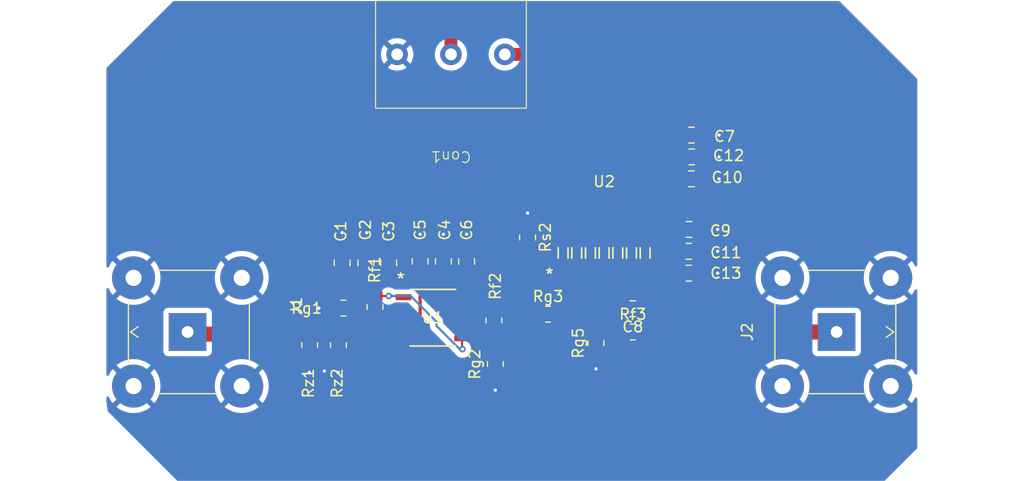
<source format=kicad_pcb>
(kicad_pcb (version 20241229) (generator "pcbnew") (generator_version "9.0")
  (layers (0 "F.Cu" signal) (2 "B.Cu" signal) (13 "F.Paste" user) (15 "B.Paste" user) (5 "F.SilkS" user "F.Silkscreen") (7 "B.SilkS" user "B.Silkscreen") (1 "F.Mask" user) (3 "B.Mask" user) (25 "Edge.Cuts" user))
  (net 0 "")
  (net 1 "-12V")
  (net 2 "GND")
  (net 3 "+12V")
  (net 4 "Net-(J2-In)")
  (net 5 "Net-(U2-COMP)")
  (net 6 "Net-(J1-In)")
  (net 7 "Net-(U1-IN_A)")
  (net 8 "Net-(U1-+IN_B)")
  (net 9 "Net-(U1--IN_B)")
  (net 10 "Net-(U1-OUT_B)")
  (net 11 "Net-(U2--IN)")
  (net 12 "Net-(U2-+IN)")
  (net 13 "Net-(U2-S{slash}D)")
  (footprint "Capacitor_SMD:C_0805_2012Metric_Pad1.18x1.45mm_HandSolder" (layer "F.Cu") (at 153.5215 69.596)
    (property "Reference" "C7" (at 3.0695 0.127 0) (layer "F.SilkS"))
    (property "Value" "100nF")
    (fp_line (start -0.261252 -0.735) (end 0.261252 -0.735) (stroke (width 0.12)) (layer "F.SilkS"))
    (fp_line (start -0.261252 0.735) (end 0.261252 0.735) (stroke (width 0.12)) (layer "F.SilkS"))
    (pad "1" smd roundrect (at -1.0375 0) (size 1.175 1.45) (layers "F.Cu" "F.Mask" "F.Paste") (roundrect_rratio 0.212766) (net 3 "+12V"))
    (pad "2" smd roundrect (at 1.0375 0) (size 1.175 1.45) (layers "F.Cu" "F.Mask" "F.Paste") (roundrect_rratio 0.212766) (net 2 "GND"))
  )
  (footprint "Connector_Coaxial:BNC_TEConnectivity_1478035_Horizontal" (layer "F.Cu") (at 167.005 87.884 -90)
    (property "Reference" "J2" (at 0 8.3 90) (layer "F.SilkS"))
    (property "Value" "Conn_Coaxial")
    (fp_line (start -2.825 5.73) (end 2.825 5.73) (stroke (width 0.12)) (layer "F.SilkS"))
    (fp_line (start 5.73 2.825) (end 5.73 -2.825) (stroke (width 0.12)) (layer "F.SilkS"))
    (fp_line (start -5.73 -2.825) (end -5.73 2.825) (stroke (width 0.12)) (layer "F.SilkS"))
    (fp_line (start 0 -5.3) (end -0.5 -4.6) (stroke (width 0.12)) (layer "F.SilkS"))
    (fp_line (start 0 -5.3) (end 0.5 -4.6) (stroke (width 0.12)) (layer "F.SilkS"))
    (fp_line (start 2.825 -5.5) (end -2.825 -5.5) (stroke (width 0.12)) (layer "F.SilkS"))
    (pad "1" thru_hole rect (at 0 0 270) (size 3.5 3.5) (drill 1.1) (layers "*.Cu" "*.Mask") (net 4 "Net-(J2-In)"))
    (pad "2" thru_hole circle (at -5.025 -5.025 270) (size 4 4) (drill 1.5) (layers "*.Cu" "*.Mask") (net 2 "GND"))
    (pad "2" thru_hole circle (at -5.025 5.025 270) (size 4 4) (drill 1.5) (layers "*.Cu" "*.Mask") (net 2 "GND"))
    (pad "2" thru_hole circle (at 5.025 -5.025 270) (size 4 4) (drill 1.5) (layers "*.Cu" "*.Mask") (net 2 "GND"))
    (pad "2" thru_hole circle (at 5.025 5.025 270) (size 4 4) (drill 1.5) (layers "*.Cu" "*.Mask") (net 2 "GND"))
  )
  (footprint "Capacitor_SMD:C_0805_2012Metric_Pad1.18x1.45mm_HandSolder" (layer "F.Cu") (at 128.325 81.3305 90)
    (property "Reference" "C5" (at 2.921 0 90) (layer "F.SilkS"))
    (property "Value" "10nF")
    (fp_line (start -0.261252 -0.735) (end 0.261252 -0.735) (stroke (width 0.12)) (layer "F.SilkS"))
    (fp_line (start -0.261252 0.735) (end 0.261252 0.735) (stroke (width 0.12)) (layer "F.SilkS"))
    (pad "1" smd roundrect (at -1.0375 0 90) (size 1.175 1.45) (layers "F.Cu" "F.Mask" "F.Paste") (roundrect_rratio 0.212766) (net 3 "+12V"))
    (pad "2" smd roundrect (at 1.0375 0 90) (size 1.175 1.45) (layers "F.Cu" "F.Mask" "F.Paste") (roundrect_rratio 0.212766) (net 2 "GND"))
  )
  (footprint "Capacitor_SMD:C_0805_2012Metric_Pad1.18x1.45mm_HandSolder" (layer "F.Cu") (at 132.643 81.3305 90)
    (property "Reference" "C6" (at 2.921 0 90) (layer "F.SilkS"))
    (property "Value" "1nF")
    (fp_line (start -0.261252 -0.735) (end 0.261252 -0.735) (stroke (width 0.12)) (layer "F.SilkS"))
    (fp_line (start -0.261252 0.735) (end 0.261252 0.735) (stroke (width 0.12)) (layer "F.SilkS"))
    (pad "1" smd roundrect (at -1.0375 0 90) (size 1.175 1.45) (layers "F.Cu" "F.Mask" "F.Paste") (roundrect_rratio 0.212766) (net 3 "+12V"))
    (pad "2" smd roundrect (at 1.0375 0 90) (size 1.175 1.45) (layers "F.Cu" "F.Mask" "F.Paste") (roundrect_rratio 0.212766) (net 2 "GND"))
  )
  (footprint "Capacitor_SMD:C_0805_2012Metric_Pad1.18x1.45mm_HandSolder" (layer "F.Cu") (at 153.5215 73.66)
    (property "Reference" "C10" (at 3.3235 -0.127 0) (layer "F.SilkS"))
    (property "Value" "10nF")
    (fp_line (start -0.261252 -0.735) (end 0.261252 -0.735) (stroke (width 0.12)) (layer "F.SilkS"))
    (fp_line (start -0.261252 0.735) (end 0.261252 0.735) (stroke (width 0.12)) (layer "F.SilkS"))
    (pad "1" smd roundrect (at -1.0375 0) (size 1.175 1.45) (layers "F.Cu" "F.Mask" "F.Paste") (roundrect_rratio 0.212766) (net 3 "+12V"))
    (pad "2" smd roundrect (at 1.0375 0) (size 1.175 1.45) (layers "F.Cu" "F.Mask" "F.Paste") (roundrect_rratio 0.212766) (net 2 "GND"))
  )
  (footprint "Capacitor_SMD:C_0805_2012Metric_Pad1.18x1.45mm_HandSolder" (layer "F.Cu") (at 121.086 81.4575 90)
    (property "Reference" "C1" (at 2.921 -0.127 90) (layer "F.SilkS"))
    (property "Value" "100nF")
    (fp_line (start -0.261252 -0.735) (end 0.261252 -0.735) (stroke (width 0.12)) (layer "F.SilkS"))
    (fp_line (start -0.261252 0.735) (end 0.261252 0.735) (stroke (width 0.12)) (layer "F.SilkS"))
    (pad "1" smd roundrect (at -1.0375 0 90) (size 1.175 1.45) (layers "F.Cu" "F.Mask" "F.Paste") (roundrect_rratio 0.212766) (net 1 "-12V"))
    (pad "2" smd roundrect (at 1.0375 0 90) (size 1.175 1.45) (layers "F.Cu" "F.Mask" "F.Paste") (roundrect_rratio 0.212766) (net 2 "GND"))
  )
  (footprint "Capacitor_SMD:C_0805_2012Metric_Pad1.18x1.45mm_HandSolder" (layer "F.Cu") (at 153.289 80.391)
    (property "Reference" "C11" (at 3.429 0.127 0) (layer "F.SilkS"))
    (property "Value" "10nF")
    (fp_line (start -0.261252 -0.735) (end 0.261252 -0.735) (stroke (width 0.12)) (layer "F.SilkS"))
    (fp_line (start -0.261252 0.735) (end 0.261252 0.735) (stroke (width 0.12)) (layer "F.SilkS"))
    (pad "1" smd roundrect (at -1.0375 0) (size 1.175 1.45) (layers "F.Cu" "F.Mask" "F.Paste") (roundrect_rratio 0.212766) (net 1 "-12V"))
    (pad "2" smd roundrect (at 1.0375 0) (size 1.175 1.45) (layers "F.Cu" "F.Mask" "F.Paste") (roundrect_rratio 0.212766) (net 2 "GND"))
  )
  (footprint "Capacitor_SMD:C_0805_2012Metric_Pad1.18x1.45mm_HandSolder" (layer "F.Cu") (at 148.082 85.725 180)
    (property "Reference" "C8" (at 0 -1.68 0) (layer "F.SilkS"))
    (property "Value" "not_fit")
    (fp_line (start -0.261252 0.735) (end 0.261252 0.735) (stroke (width 0.12)) (layer "F.SilkS"))
    (fp_line (start -0.261252 -0.735) (end 0.261252 -0.735) (stroke (width 0.12)) (layer "F.SilkS"))
    (pad "1" smd roundrect (at -1.0375 0 180) (size 1.175 1.45) (layers "F.Cu" "F.Mask" "F.Paste") (roundrect_rratio 0.212766) (net 4 "Net-(J2-In)"))
    (pad "2" smd roundrect (at 1.0375 0 180) (size 1.175 1.45) (layers "F.Cu" "F.Mask" "F.Paste") (roundrect_rratio 0.212766) (net 5 "Net-(U2-COMP)"))
  )
  (footprint "Capacitor_SMD:C_0805_2012Metric_Pad1.18x1.45mm_HandSolder" (layer "F.Cu") (at 153.289 82.423)
    (property "Reference" "C13" (at 3.429 0 0) (layer "F.SilkS"))
    (property "Value" "1nF")
    (fp_line (start -0.261252 -0.735) (end 0.261252 -0.735) (stroke (width 0.12)) (layer "F.SilkS"))
    (fp_line (start -0.261252 0.735) (end 0.261252 0.735) (stroke (width 0.12)) (layer "F.SilkS"))
    (pad "1" smd roundrect (at -1.0375 0) (size 1.175 1.45) (layers "F.Cu" "F.Mask" "F.Paste") (roundrect_rratio 0.212766) (net 1 "-12V"))
    (pad "2" smd roundrect (at 1.0375 0) (size 1.175 1.45) (layers "F.Cu" "F.Mask" "F.Paste") (roundrect_rratio 0.212766) (net 2 "GND"))
  )
  (footprint "Connector_Coaxial:BNC_TEConnectivity_1478035_Horizontal" (layer "F.Cu") (at 106.735 87.884 90)
    (property "Reference" "J1" (at 2.413 10.110848 90) (layer "F.SilkS"))
    (property "Value" "Conn_Coaxial")
    (fp_line (start 2.825 -5.5) (end -2.825 -5.5) (stroke (width 0.12)) (layer "F.SilkS"))
    (fp_line (start 0 -5.3) (end 0.5 -4.6) (stroke (width 0.12)) (layer "F.SilkS"))
    (fp_line (start 0 -5.3) (end -0.5 -4.6) (stroke (width 0.12)) (layer "F.SilkS"))
    (fp_line (start -5.73 -2.825) (end -5.73 2.825) (stroke (width 0.12)) (layer "F.SilkS"))
    (fp_line (start 5.73 2.825) (end 5.73 -2.825) (stroke (width 0.12)) (layer "F.SilkS"))
    (fp_line (start -2.825 5.73) (end 2.825 5.73) (stroke (width 0.12)) (layer "F.SilkS"))
    (pad "1" thru_hole rect (at 0 0 90) (size 3.5 3.5) (drill 1.1) (layers "*.Cu" "*.Mask") (net 6 "Net-(J1-In)"))
    (pad "2" thru_hole circle (at -5.025 -5.025 90) (size 4 4) (drill 1.5) (layers "*.Cu" "*.Mask") (net 2 "GND"))
    (pad "2" thru_hole circle (at -5.025 5.025 90) (size 4 4) (drill 1.5) (layers "*.Cu" "*.Mask") (net 2 "GND"))
    (pad "2" thru_hole circle (at 5.025 -5.025 90) (size 4 4) (drill 1.5) (layers "*.Cu" "*.Mask") (net 2 "GND"))
    (pad "2" thru_hole circle (at 5.025 5.025 90) (size 4 4) (drill 1.5) (layers "*.Cu" "*.Mask") (net 2 "GND"))
  )
  (footprint "Resistor_SMD:R_0805_2012Metric_Pad1.20x1.40mm_HandSolder" (layer "F.Cu") (at 120.737848 89.099 90)
    (property "Reference" "Rz2" (at -3.556 -0.127 90) (layer "F.SilkS"))
    (property "Value" "100")
    (fp_line (start -0.227064 -0.735) (end 0.227064 -0.735) (stroke (width 0.12)) (layer "F.SilkS"))
    (fp_line (start -0.227064 0.735) (end 0.227064 0.735) (stroke (width 0.12)) (layer "F.SilkS"))
    (pad "1" smd roundrect (at -1 0 90) (size 1.2 1.4) (layers "F.Cu" "F.Mask" "F.Paste") (roundrect_rratio 0.208333) (net 2 "GND"))
    (pad "2" smd roundrect (at 1 0 90) (size 1.2 1.4) (layers "F.Cu" "F.Mask" "F.Paste") (roundrect_rratio 0.208333) (net 6 "Net-(J1-In)"))
  )
  (footprint "Resistor_SMD:R_0805_2012Metric_Pad1.20x1.40mm_HandSolder" (layer "F.Cu") (at 135.31 90.861 90)
    (property "Reference" "Rg2" (at -0.016 -1.905 90) (layer "F.SilkS"))
    (property "Value" "10k")
    (fp_line (start -0.227064 -0.735) (end 0.227064 -0.735) (stroke (width 0.12)) (layer "F.SilkS"))
    (fp_line (start -0.227064 0.735) (end 0.227064 0.735) (stroke (width 0.12)) (layer "F.SilkS"))
    (pad "1" smd roundrect (at -1 0 90) (size 1.2 1.4) (layers "F.Cu" "F.Mask" "F.Paste") (roundrect_rratio 0.208333) (net 2 "GND"))
    (pad "2" smd roundrect (at 1 0 90) (size 1.2 1.4) (layers "F.Cu" "F.Mask" "F.Paste") (roundrect_rratio 0.208333) (net 9 "Net-(U1--IN_B)"))
  )
  (footprint "Resistor_SMD:R_0805_2012Metric_Pad1.20x1.40mm_HandSolder" (layer "F.Cu") (at 144.653 88.916 90)
    (property "Reference" "Rg5" (at 0 -1.65 90) (layer "F.SilkS"))
    (property "Value" "nf")
    (fp_line (start -0.227064 -0.735) (end 0.227064 -0.735) (stroke (width 0.12)) (layer "F.SilkS"))
    (fp_line (start -0.227064 0.735) (end 0.227064 0.735) (stroke (width 0.12)) (layer "F.SilkS"))
    (pad "1" smd roundrect (at -1 0 90) (size 1.2 1.4) (layers "F.Cu" "F.Mask" "F.Paste") (roundrect_rratio 0.208333) (net 2 "GND"))
    (pad "2" smd roundrect (at 1 0 90) (size 1.2 1.4) (layers "F.Cu" "F.Mask" "F.Paste") (roundrect_rratio 0.208333) (net 11 "Net-(U2--IN)"))
  )
  (footprint "Resistor_SMD:R_0805_2012Metric_Pad1.20x1.40mm_HandSolder" (layer "F.Cu") (at 138.303 79.105 -90)
    (property "Reference" "Rs2" (at 0 -1.65 90) (layer "F.SilkS"))
    (property "Value" "0")
    (fp_line (start -0.227064 0.735) (end 0.227064 0.735) (stroke (width 0.12)) (layer "F.SilkS"))
    (fp_line (start -0.227064 -0.735) (end 0.227064 -0.735) (stroke (width 0.12)) (layer "F.SilkS"))
    (pad "1" smd roundrect (at -1 0 270) (size 1.2 1.4) (layers "F.Cu" "F.Mask" "F.Paste") (roundrect_rratio 0.208333) (net 2 "GND"))
    (pad "2" smd roundrect (at 1 0 270) (size 1.2 1.4) (layers "F.Cu" "F.Mask" "F.Paste") (roundrect_rratio 0.208333) (net 13 "Net-(U2-S{slash}D)"))
  )
  (footprint "Capacitor_SMD:C_0805_2012Metric_Pad1.18x1.45mm_HandSolder" (layer "F.Cu") (at 130.484 81.3305 90)
    (property "Reference" "C4" (at 2.921 0.127 90) (layer "F.SilkS"))
    (property "Value" "100nF")
    (fp_line (start -0.261252 -0.735) (end 0.261252 -0.735) (stroke (width 0.12)) (layer "F.SilkS"))
    (fp_line (start -0.261252 0.735) (end 0.261252 0.735) (stroke (width 0.12)) (layer "F.SilkS"))
    (pad "1" smd roundrect (at -1.0375 0 90) (size 1.175 1.45) (layers "F.Cu" "F.Mask" "F.Paste") (roundrect_rratio 0.212766) (net 3 "+12V"))
    (pad "2" smd roundrect (at 1.0375 0 90) (size 1.175 1.45) (layers "F.Cu" "F.Mask" "F.Paste") (roundrect_rratio 0.212766) (net 2 "GND"))
  )
  (footprint "Capacitor_SMD:C_0805_2012Metric_Pad1.18x1.45mm_HandSolder" (layer "F.Cu") (at 153.3105 78.359)
    (property "Reference" "C9" (at 2.8995 0.127 0) (layer "F.SilkS"))
    (property "Value" "100nF")
    (fp_line (start -0.261252 -0.735) (end 0.261252 -0.735) (stroke (width 0.12)) (layer "F.SilkS"))
    (fp_line (start -0.261252 0.735) (end 0.261252 0.735) (stroke (width 0.12)) (layer "F.SilkS"))
    (pad "1" smd roundrect (at -1.0375 0) (size 1.175 1.45) (layers "F.Cu" "F.Mask" "F.Paste") (roundrect_rratio 0.212766) (net 1 "-12V"))
    (pad "2" smd roundrect (at 1.0375 0) (size 1.175 1.45) (layers "F.Cu" "F.Mask" "F.Paste") (roundrect_rratio 0.212766) (net 2 "GND"))
  )
  (footprint "Resistor_SMD:R_0805_2012Metric_Pad1.20x1.40mm_HandSolder" (layer "F.Cu") (at 118.070848 89.099 90)
    (property "Reference" "Rz1" (at -3.556 -0.127 90) (layer "F.SilkS"))
    (property "Value" "100")
    (fp_line (start -0.227064 -0.735) (end 0.227064 -0.735) (stroke (width 0.12)) (layer "F.SilkS"))
    (fp_line (start -0.227064 0.735) (end 0.227064 0.735) (stroke (width 0.12)) (layer "F.SilkS"))
    (pad "1" smd roundrect (at -1 0 90) (size 1.2 1.4) (layers "F.Cu" "F.Mask" "F.Paste") (roundrect_rratio 0.208333) (net 2 "GND"))
    (pad "2" smd roundrect (at 1 0 90) (size 1.2 1.4) (layers "F.Cu" "F.Mask" "F.Paste") (roundrect_rratio 0.208333) (net 6 "Net-(J1-In)"))
  )
  (footprint "Resistor_SMD:R_0805_2012Metric_Pad1.20x1.40mm_HandSolder" (layer "F.Cu") (at 124.134 85.543 90)
    (property "Reference" "Rf1" (at 3.445 -0.032848 90) (layer "F.SilkS"))
    (property "Value" "10k")
    (fp_line (start -0.227064 -0.735) (end 0.227064 -0.735) (stroke (width 0.12)) (layer "F.SilkS"))
    (fp_line (start -0.227064 0.735) (end 0.227064 0.735) (stroke (width 0.12)) (layer "F.SilkS"))
    (pad "1" smd roundrect (at -1 0 90) (size 1.2 1.4) (layers "F.Cu" "F.Mask" "F.Paste") (roundrect_rratio 0.208333) (net 7 "Net-(U1-IN_A)"))
    (pad "2" smd roundrect (at 1 0 90) (size 1.2 1.4) (layers "F.Cu" "F.Mask" "F.Paste") (roundrect_rratio 0.208333) (net 8 "Net-(U1-+IN_B)"))
  )
  (footprint "Resistor_SMD:R_0805_2012Metric_Pad1.20x1.40mm_HandSolder" (layer "F.Cu") (at 121.213 85.67)
    (property "Reference" "Rg1" (at -3.429 0 0) (layer "F.SilkS"))
    (property "Value" "10k")
    (fp_line (start -0.227064 -0.735) (end 0.227064 -0.735) (stroke (width 0.12)) (layer "F.SilkS"))
    (fp_line (start -0.227064 0.735) (end 0.227064 0.735) (stroke (width 0.12)) (layer "F.SilkS"))
    (pad "1" smd roundrect (at -1 0) (size 1.2 1.4) (layers "F.Cu" "F.Mask" "F.Paste") (roundrect_rratio 0.208333) (net 2 "GND"))
    (pad "2" smd roundrect (at 1 0) (size 1.2 1.4) (layers "F.Cu" "F.Mask" "F.Paste") (roundrect_rratio 0.208333) (net 7 "Net-(U1-IN_A)"))
  )
  (footprint "RF_PA:D8_TEX" (layer "F.Cu") (at 129.500848 86.559)
    (property "Reference" "U1" (at 0 0 0) (layer "F.SilkS"))
    (property "Value" "TLV3542IDR")
    (fp_line (start -2.1209 2.6289) (end 2.1209 2.6289) (stroke (width 0.1524)) (layer "F.SilkS"))
    (fp_line (start 2.1209 -2.6289) (end -2.1209 -2.6289) (stroke (width 0.1524)) (layer "F.SilkS"))
    (fp_text user "*" (at -2.97535 -3.606 0) (layer "F.SilkS"))
    (fp_text user "*" (at -2.97535 -3.606 0) (layer "F.SilkS"))
    (pad "1" smd rect (at -2.721348 -1.905) (size 1.454899 0.558) (layers "F.Cu" "F.Mask" "F.Paste") (net 8 "Net-(U1-+IN_B)"))
    (pad "2" smd rect (at -2.721348 -0.635) (size 1.454899 0.558) (layers "F.Cu" "F.Mask" "F.Paste") (net 7 "Net-(U1-IN_A)"))
    (pad "3" smd rect (at -2.721348 0.635) (size 1.454899 0.558) (layers "F.Cu" "F.Mask" "F.Paste") (net 6 "Net-(J1-In)"))
    (pad "4" smd rect (at -2.721348 1.905) (size 1.454899 0.558) (layers "F.Cu" "F.Mask" "F.Paste") (net 1 "-12V"))
    (pad "5" smd rect (at 2.721348 1.905) (size 1.454899 0.558) (layers "F.Cu" "F.Mask" "F.Paste") (net 8 "Net-(U1-+IN_B)"))
    (pad "6" smd rect (at 2.721348 0.635) (size 1.454899 0.558) (layers "F.Cu" "F.Mask" "F.Paste") (net 9 "Net-(U1--IN_B)"))
    (pad "7" smd rect (at 2.721348 -0.635) (size 1.454899 0.558) (layers "F.Cu" "F.Mask" "F.Paste") (net 10 "Net-(U1-OUT_B)"))
    (pad "8" smd rect (at 2.721348 -1.905) (size 1.454899 0.558) (layers "F.Cu" "F.Mask" "F.Paste") (net 3 "+12V"))
  )
  (footprint "Capacitor_SMD:C_0805_2012Metric_Pad1.18x1.45mm_HandSolder" (layer "F.Cu") (at 125.404 81.4575 90)
    (property "Reference" "C3" (at 2.921 0 90) (layer "F.SilkS"))
    (property "Value" "1nF")
    (fp_line (start -0.261252 -0.735) (end 0.261252 -0.735) (stroke (width 0.12)) (layer "F.SilkS"))
    (fp_line (start -0.261252 0.735) (end 0.261252 0.735) (stroke (width 0.12)) (layer "F.SilkS"))
    (pad "1" smd roundrect (at -1.0375 0 90) (size 1.175 1.45) (layers "F.Cu" "F.Mask" "F.Paste") (roundrect_rratio 0.212766) (net 1 "-12V"))
    (pad "2" smd roundrect (at 1.0375 0 90) (size 1.175 1.45) (layers "F.Cu" "F.Mask" "F.Paste") (roundrect_rratio 0.212766) (net 2 "GND"))
  )
  (footprint "conectores:conector_3" (layer "F.Cu") (at 131.191 71.103 180)
    (property "Reference" "Con1" (at 0 -0.5 180) (layer "F.SilkS") (effects (font (thickness 0.1))))
    (property "Value" "~")
    (fp_rect (start -7 4) (end 7 14) (stroke (width 0.1)) (fill no) (layer "F.SilkS"))
    (pad "1" thru_hole circle (at -5 9 180) (size 2 2) (drill 1.1) (layers "*.Cu" "*.Mask") (net 3 "+12V"))
    (pad "2" thru_hole circle (at 0 9 180) (size 2 2) (drill 1.1) (layers "*.Cu" "*.Mask") (net 1 "-12V"))
    (pad "3" thru_hole circle (at 5 9 180) (size 2 2) (drill 1.1) (layers "*.Cu" "*.Mask") (net 2 "GND"))
  )
  (footprint "Resistor_SMD:R_0805_2012Metric_Pad1.20x1.40mm_HandSolder" (layer "F.Cu") (at 148.082 87.884)
    (property "Reference" "Rf3" (at 0 -1.65 0) (layer "F.SilkS"))
    (property "Value" "560")
    (fp_line (start -0.227064 -0.735) (end 0.227064 -0.735) (stroke (width 0.12)) (layer "F.SilkS"))
    (fp_line (start -0.227064 0.735) (end 0.227064 0.735) (stroke (width 0.12)) (layer "F.SilkS"))
    (pad "1" smd roundrect (at -1 0) (size 1.2 1.4) (layers "F.Cu" "F.Mask" "F.Paste") (roundrect_rratio 0.208333) (net 11 "Net-(U2--IN)"))
    (pad "2" smd roundrect (at 1 0) (size 1.2 1.4) (layers "F.Cu" "F.Mask" "F.Paste") (roundrect_rratio 0.208333) (net 4 "Net-(J2-In)"))
  )
  (footprint "Resistor_SMD:R_0805_2012Metric_Pad1.20x1.40mm_HandSolder" (layer "F.Cu") (at 140.208 86.233)
    (property "Reference" "Rg3" (at 0 -1.65 0) (layer "F.SilkS"))
    (property "Value" "nf")
    (fp_line (start -0.227064 -0.735) (end 0.227064 -0.735) (stroke (width 0.12)) (layer "F.SilkS"))
    (fp_line (start -0.227064 0.735) (end 0.227064 0.735) (stroke (width 0.12)) (layer "F.SilkS"))
    (pad "1" smd roundrect (at -1 0) (size 1.2 1.4) (layers "F.Cu" "F.Mask" "F.Paste") (roundrect_rratio 0.208333) (net 10 "Net-(U1-OUT_B)"))
    (pad "2" smd roundrect (at 1 0) (size 1.2 1.4) (layers "F.Cu" "F.Mask" "F.Paste") (roundrect_rratio 0.208333) (net 12 "Net-(U2-+IN)"))
  )
  (footprint "Capacitor_SMD:C_0805_2012Metric_Pad1.18x1.45mm_HandSolder" (layer "F.Cu") (at 123.288 81.4575 90)
    (property "Reference" "C2" (at 3.048 -0.043 90) (layer "F.SilkS"))
    (property "Value" "10nF")
    (fp_line (start -0.261252 -0.735) (end 0.261252 -0.735) (stroke (width 0.12)) (layer "F.SilkS"))
    (fp_line (start -0.261252 0.735) (end 0.261252 0.735) (stroke (width 0.12)) (layer "F.SilkS"))
    (pad "1" smd roundrect (at -1.0375 0 90) (size 1.175 1.45) (layers "F.Cu" "F.Mask" "F.Paste") (roundrect_rratio 0.212766) (net 1 "-12V"))
    (pad "2" smd roundrect (at 1.0375 0 90) (size 1.175 1.45) (layers "F.Cu" "F.Mask" "F.Paste") (roundrect_rratio 0.212766) (net 2 "GND"))
  )
  (footprint "Capacitor_SMD:C_0805_2012Metric_Pad1.18x1.45mm_HandSolder" (layer "F.Cu") (at 153.543 71.628)
    (property "Reference" "C12" (at 3.429 -0.127 0) (layer "F.SilkS"))
    (property "Value" "1nF")
    (fp_line (start -0.261252 -0.735) (end 0.261252 -0.735) (stroke (width 0.12)) (layer "F.SilkS"))
    (fp_line (start -0.261252 0.735) (end 0.261252 0.735) (stroke (width 0.12)) (layer "F.SilkS"))
    (pad "1" smd roundrect (at -1.0375 0) (size 1.175 1.45) (layers "F.Cu" "F.Mask" "F.Paste") (roundrect_rratio 0.212766) (net 3 "+12V"))
    (pad "2" smd roundrect (at 1.0375 0) (size 1.175 1.45) (layers "F.Cu" "F.Mask" "F.Paste") (roundrect_rratio 0.212766) (net 2 "GND"))
  )
  (footprint "RF_PA:DDPAK-7_R_LIT" (layer "F.Cu") (at 145.415 73.914)
    (property "Reference" "U2" (at 0 0 0) (layer "F.SilkS"))
    (property "Value" "LT1206CR-PBF")
    (fp_line (start -4.2672 6.14934) (end -4.2672 7.117601) (stroke (width 0.1524)) (layer "F.SilkS"))
    (fp_line (start -3.3528 6.14934) (end -3.3528 7.117601) (stroke (width 0.1524)) (layer "F.SilkS"))
    (fp_line (start -2.9972 6.14934) (end -2.9972 7.117601) (stroke (width 0.1524)) (layer "F.SilkS"))
    (fp_line (start -2.0828 6.14934) (end -2.0828 7.117601) (stroke (width 0.1524)) (layer "F.SilkS"))
    (fp_line (start -1.7272 6.14934) (end -1.7272 7.117601) (stroke (width 0.1524)) (layer "F.SilkS"))
    (fp_line (start -0.8128 6.14934) (end -0.8128 7.117601) (stroke (width 0.1524)) (layer "F.SilkS"))
    (fp_line (start -0.4572 6.14934) (end -0.4572 7.117601) (stroke (width 0.1524)) (layer "F.SilkS"))
    (fp_line (start 0.4572 6.14934) (end 0.4572 7.117601) (stroke (width 0.1524)) (layer "F.SilkS"))
    (fp_line (start 0.8128 6.14934) (end 0.8128 7.117601) (stroke (width 0.1524)) (layer "F.SilkS"))
    (fp_line (start 1.7272 6.14934) (end 1.7272 7.117601) (stroke (width 0.1524)) (layer "F.SilkS"))
    (fp_line (start 2.0828 6.14934) (end 2.0828 7.117601) (stroke (width 0.1524)) (layer "F.SilkS"))
    (fp_line (start 2.9972 6.14934) (end 2.9972 7.117601) (stroke (width 0.1524)) (layer "F.SilkS"))
    (fp_line (start 3.3528 6.14934) (end 3.3528 7.117601) (stroke (width 0.1524)) (layer "F.SilkS"))
    (fp_line (start 4.2672 6.14934) (end 4.2672 7.117601) (stroke (width 0.1524)) (layer "F.SilkS"))
    (fp_text user "*" (at -5.08 8.6106 0) (layer "F.SilkS"))
    (fp_text user "*" (at -5.08 8.6106 0) (layer "F.SilkS"))
    (pad "1" smd rect (at -3.81 8.6106) (size 0.9644 2.274799) (layers "F.Cu" "F.Mask" "F.Paste") (net 11 "Net-(U2--IN)"))
    (pad "2" smd rect (at -2.54 8.6106) (size 0.9644 2.274799) (layers "F.Cu" "F.Mask" "F.Paste") (net 12 "Net-(U2-+IN)"))
    (pad "3" smd rect (at -1.27 8.6106) (size 0.9644 2.274799) (layers "F.Cu" "F.Mask" "F.Paste") (net 13 "Net-(U2-S{slash}D)"))
    (pad "4" smd rect (at 0 8.6106) (size 0.9644 2.274799) (layers "F.Cu" "F.Mask" "F.Paste") (net 3 "+12V"))
    (pad "5" smd rect (at 1.27 8.6106) (size 0.9644 2.274799) (layers "F.Cu" "F.Mask" "F.Paste") (net 5 "Net-(U2-COMP)"))
    (pad "6" smd rect (at 2.54 8.6106) (size 0.9644 2.274799) (layers "F.Cu" "F.Mask" "F.Paste") (net 1 "-12V"))
    (pad "7" smd rect (at 3.81 8.6106) (size 0.9644 2.274799) (layers "F.Cu" "F.Mask" "F.Paste") (net 4 "Net-(J2-In)"))
    (pad "8" smd rect (at 0 0) (size 10.5918 11.6332) (layers "F.Cu" "F.Mask" "F.Paste") (net 3 "+12V"))
  )
  (footprint "Resistor_SMD:R_0805_2012Metric_Pad1.20x1.40mm_HandSolder" (layer "F.Cu") (at 135.183 86.813 90)
    (property "Reference" "Rf2" (at 3.175 0.127 90) (layer "F.SilkS"))
    (property "Value" "10k")
    (fp_line (start -0.227064 -0.735) (end 0.227064 -0.735) (stroke (width 0.12)) (layer "F.SilkS"))
    (fp_line (start -0.227064 0.735) (end 0.227064 0.735) (stroke (width 0.12)) (layer "F.SilkS"))
    (pad "1" smd roundrect (at -1 0 90) (size 1.2 1.4) (layers "F.Cu" "F.Mask" "F.Paste") (roundrect_rratio 0.208333) (net 9 "Net-(U1--IN_B)"))
    (pad "2" smd roundrect (at 1 0 90) (size 1.2 1.4) (layers "F.Cu" "F.Mask" "F.Paste") (roundrect_rratio 0.208333) (net 10 "Net-(U1-OUT_B)"))
  )
  (segment (start 127.817 88.464) (end 128.325 87.956) (width 0.3) (layer "F.Cu") (net 1))
  (segment (start 131.191 62.103) (end 131.191 60.325) (width 1.2) (layer "F.Cu") (net 1))
  (segment (start 152.273 80.3695) (end 152.2515 80.391) (width 0.3) (layer "F.Cu") (net 1))
  (segment (start 148.336 80.391) (end 152.2515 80.391) (width 0.3) (layer "F.Cu") (net 1))
  (segment (start 149.606 59.055) (end 158.242 67.691) (width 1.2) (layer "F.Cu") (net 1))
  (segment (start 125.404 82.495) (end 121.086 82.495) (width 0.3) (layer "F.Cu") (net 1))
  (segment (start 158.242 76.073) (end 157.988 76.327) (width 1.2) (layer "F.Cu") (net 1))
  (segment (start 152.273 78.359) (end 152.273 80.3695) (width 0.3) (layer "F.Cu") (net 1))
  (segment (start 128.325 83.892) (end 128.198 83.765) (width 0.3) (layer "F.Cu") (net 1))
  (segment (start 152.1245 80.518) (end 152.2515 80.391) (width 0.3) (layer "F.Cu") (net 1))
  (segment (start 152.273 76.962) (end 152.273 78.359) (width 1.2) (layer "F.Cu") (net 1))
  (segment (start 126.674 83.765) (end 125.404 82.495) (width 0.3) (layer "F.Cu") (net 1))
  (segment (start 121.086 82.495) (end 123.288 82.495) (width 0.3) (layer "F.Cu") (net 1))
  (segment (start 158.242 67.691) (end 158.242 76.073) (width 1.2) (layer "F.Cu") (net 1))
  (segment (start 147.955 82.5246) (end 147.955 80.772) (width 0.3) (layer "F.Cu") (net 1))
  (segment (start 128.325 87.956) (end 128.325 83.892) (width 0.3) (layer "F.Cu") (net 1))
  (segment (start 147.955 80.772) (end 148.336 80.391) (width 0.3) (layer "F.Cu") (net 1))
  (segment (start 126.7795 88.464) (end 127.817 88.464) (width 0.3) (layer "F.Cu") (net 1))
  (segment (start 131.191 60.325) (end 132.461 59.055) (width 1.2) (layer "F.Cu") (net 1))
  (segment (start 152.908 76.327) (end 152.273 76.962) (width 1.2) (layer "F.Cu") (net 1))
  (segment (start 152.273 78.359) (end 152.2515 78.3805) (width 0.3) (layer "F.Cu") (net 1))
  (segment (start 128.198 83.765) (end 126.674 83.765) (width 0.3) (layer "F.Cu") (net 1))
  (segment (start 152.2515 82.423) (end 152.2515 80.391) (width 0.3) (layer "F.Cu") (net 1))
  (segment (start 157.988 76.327) (end 152.908 76.327) (width 1.2) (layer "F.Cu") (net 1))
  (segment (start 132.461 59.055) (end 149.606 59.055) (width 1.2) (layer "F.Cu") (net 1))
  (segment (start 120.737848 90.099) (end 120.737848 91.606152) (width 0.3) (layer "F.Cu") (net 2))
  (segment (start 123.288 80.42) (end 123.288 78.7475) (width 0.3) (layer "F.Cu") (net 2))
  (segment (start 125.404 80.42) (end 125.404 78.6635) (width 0.3) (layer "F.Cu") (net 2))
  (segment (start 118.070848 90.099) (end 119.435 90.099) (width 0.3) (layer "F.Cu") (net 2))
  (segment (start 120.213 85.67) (end 118.927 85.67) (width 0.3) (layer "F.Cu") (net 2))
  (segment (start 118.070848 90.099) (end 118.070848 91.606152) (width 0.3) (layer "F.Cu") (net 2))
  (segment (start 144.653 89.916) (end 144.653 91.313) (width 0.3) (layer "F.Cu") (net 2))
  (segment (start 154.3265 82.423) (end 155.956 82.423) (width 0.3) (layer "F.Cu") (net 2))
  (segment (start 154.348 78.359) (end 155.956 78.359) (width 0.3) (layer "F.Cu") (net 2))
  (segment (start 121.086 80.42) (end 121.086 78.6635) (width 0.3) (layer "F.Cu") (net 2))
  (segment (start 118.070848 91.606152) (end 118.038 91.639) (width 0.3) (layer "F.Cu") (net 2))
  (segment (start 135.31 91.861) (end 135.31 93.29) (width 0.3) (layer "F.Cu") (net 2))
  (segment (start 138.303 78.105) (end 138.303 76.835) (width 0.3) (layer "F.Cu") (net 2))
  (segment (start 128.325 80.293) (end 128.325 78.812) (width 0.3) (layer "F.Cu") (net 2))
  (segment (start 154.3265 80.391) (end 155.956 80.391) (width 0.3) (layer "F.Cu") (net 2))
  (segment (start 130.484 80.293) (end 130.484 78.812) (width 0.3) (layer "F.Cu") (net 2))
  (segment (start 123.288 78.7475) (end 123.372 78.6635) (width 0.3) (layer "F.Cu") (net 2))
  (segment (start 120.737848 91.606152) (end 120.705 91.639) (width 0.3) (layer "F.Cu") (net 2))
  (segment (start 154.559 73.66) (end 156.083 73.66) (width 0.3) (layer "F.Cu") (net 2))
  (segment (start 119.435 90.099) (end 120.737848 90.099) (width 0.3) (layer "F.Cu") (net 2))
  (segment (start 154.559 69.596) (end 156.083 69.596) (width 0.3) (layer "F.Cu") (net 2))
  (segment (start 154.5805 71.628) (end 156.083 71.628) (width 0.3) (layer "F.Cu") (net 2))
  (segment (start 119.435 90.099) (end 119.435 91.512) (width 0.3) (layer "F.Cu") (net 2))
  (segment (start 132.643 80.293) (end 132.643 78.812) (width 0.3) (layer "F.Cu") (net 2))
  (via (at 118.038 91.639) (size 0.6) (drill 0.3) (layers "F.Cu" "B.Cu") (net 2))
  (via (at 130.484 78.812) (size 0.6) (drill 0.3) (layers "F.Cu" "B.Cu") (net 2))
  (via (at 155.956 78.359) (size 0.6) (drill 0.3) (layers "F.Cu" "B.Cu") (net 2))
  (via (at 135.31 93.29) (size 0.6) (drill 0.3) (layers "F.Cu" "B.Cu") (net 2))
  (via (at 156.083 73.66) (size 0.6) (drill 0.3) (layers "F.Cu" "B.Cu") (net 2))
  (via (at 128.325 78.812) (size 0.6) (drill 0.3) (layers "F.Cu" "B.Cu") (net 2))
  (via (at 138.303 76.835) (size 0.6) (drill 0.3) (layers "F.Cu" "B.Cu") (net 2))
  (via (at 132.643 78.812) (size 0.6) (drill 0.3) (layers "F.Cu" "B.Cu") (net 2))
  (via (at 144.653 91.313) (size 0.6) (drill 0.3) (layers "F.Cu" "B.Cu") (net 2))
  (via (at 118.927 85.67) (size 0.6) (drill 0.3) (layers "F.Cu" "B.Cu") (net 2))
  (via (at 156.083 71.628) (size 0.6) (drill 0.3) (layers "F.Cu" "B.Cu") (net 2))
  (via (at 121.086 78.6635) (size 0.6) (drill 0.3) (layers "F.Cu" "B.Cu") (net 2))
  (via (at 120.705 91.639) (size 0.6) (drill 0.3) (layers "F.Cu" "B.Cu") (net 2))
  (via (at 155.956 80.391) (size 0.6) (drill 0.3) (layers "F.Cu" "B.Cu") (net 2))
  (via (at 156.083 69.596) (size 0.6) (drill 0.3) (layers "F.Cu" "B.Cu") (net 2))
  (via (at 123.372 78.6635) (size 0.6) (drill 0.3) (layers "F.Cu" "B.Cu") (net 2))
  (via (at 155.956 82.423) (size 0.6) (drill 0.3) (layers "F.Cu" "B.Cu") (net 2))
  (via (at 119.435 91.512) (size 0.6) (drill 0.3) (layers "F.Cu" "B.Cu") (net 2))
  (via (at 125.404 78.6635) (size 0.6) (drill 0.3) (layers "F.Cu" "B.Cu") (net 2))
  (segment (start 152.484 73.66) (end 152.484 71.6495) (width 0.3) (layer "F.Cu") (net 3))
  (segment (start 145.415 82.5246) (end 145.415 73.914) (width 0.3) (layer "F.Cu") (net 3))
  (segment (start 152.5055 71.628) (end 147.701 71.628) (width 0.3) (layer "F.Cu") (net 3))
  (segment (start 130.484 82.368) (end 132.643 82.368) (width 0.3) (layer "F.Cu") (net 3))
  (segment (start 133.659 82.368) (end 134.548 81.479) (width 0.3) (layer "F.Cu") (net 3))
  (segment (start 145.415 67.691) (end 145.415 73.914) (width 1.2) (layer "F.Cu") (net 3))
  (segment (start 139.827 62.103) (end 145.415 67.691) (width 1.2) (layer "F.Cu") (net 3))
  (segment (start 134.493 76.581) (end 137.287 73.787) (width 0.3) (layer "F.Cu") (net 3))
  (segment (start 152.484 71.6065) (end 152.5055 71.628) (width 0.3) (layer "F.Cu") (net 3))
  (segment (start 132.643 82.368) (end 132.643 84.233196) (width 0.3) (layer "F.Cu") (net 3))
  (segment (start 152.484 71.6495) (end 152.5055 71.628) (width 0.3) (layer "F.Cu") (net 3))
  (segment (start 134.548 81.479) (end 134.548 76.907) (width 0.3) (layer "F.Cu") (net 3))
  (segment (start 147.701 71.628) (end 145.415 73.914) (width 0.3) (layer "F.Cu") (net 3))
  (segment (start 132.643 84.233196) (end 132.222196 84.654) (width 0.3) (layer "F.Cu") (net 3))
  (segment (start 152.484 69.596) (end 152.484 71.6065) (width 0.3) (layer "F.Cu") (net 3))
  (segment (start 136.191 62.103) (end 139.827 62.103) (width 1.2) (layer "F.Cu") (net 3))
  (segment (start 128.325 82.368) (end 130.484 82.368) (width 0.3) (layer "F.Cu") (net 3))
  (segment (start 137.287 73.787) (end 145.288 73.787) (width 0.3) (layer "F.Cu") (net 3))
  (segment (start 132.643 82.368) (end 133.659 82.368) (width 0.3) (layer "F.Cu") (net 3))
  (segment (start 145.288 73.787) (end 145.415 73.914) (width 0.3) (layer "F.Cu") (net 3))
  (segment (start 149.1195 87.8465) (end 149.082 87.884) (width 0.2) (layer "F.Cu") (net 4))
  (segment (start 149.082 85.7625) (end 149.1195 85.725) (width 0.2) (layer "F.Cu") (net 4))
  (segment (start 149.1195 85.725) (end 149.1195 87.8465) (width 0.2) (layer "F.Cu") (net 4))
  (segment (start 149.082 87.884) (end 167.005 87.884) (width 1.4) (layer "F.Cu") (net 4))
  (segment (start 149.225 82.5246) (end 149.225 85.6195) (width 0.2) (layer "F.Cu") (net 4))
  (segment (start 149.225 85.6195) (end 149.1195 85.725) (width 0.2) (layer "F.Cu") (net 4))
  (segment (start 146.685 85.3655) (end 147.0445 85.725) (width 0.2) (layer "F.Cu") (net 5))
  (segment (start 146.685 82.5246) (end 146.685 85.3655) (width 0.2) (layer "F.Cu") (net 5))
  (segment (start 124.753 88.099) (end 125.658 87.194) (width 0.2) (layer "F.Cu") (net 6))
  (segment (start 120.737848 88.099) (end 124.753 88.099) (width 0.2) (layer "F.Cu") (net 6))
  (segment (start 118.054848 88.083) (end 118.070848 88.099) (width 0.2) (layer "F.Cu") (net 6))
  (segment (start 118.070848 88.099) (end 120.737848 88.099) (width 0.2) (layer "F.Cu") (net 6))
  (segment (start 125.658 87.194) (end 126.7795 87.194) (width 0.2) (layer "F.Cu") (net 6))
  (segment (start 106.735 88.083) (end 118.054848 88.083) (width 1.4) (layer "F.Cu") (net 6))
  (segment (start 126.7795 85.924) (end 124.753 85.924) (width 0.2) (layer "F.Cu") (net 7))
  (segment (start 123.102 86.543) (end 124.134 86.543) (width 0.2) (layer "F.Cu") (net 7))
  (segment (start 122.213 85.67) (end 122.229 85.67) (width 0.2) (layer "F.Cu") (net 7))
  (segment (start 124.753 85.924) (end 124.134 86.543) (width 0.2) (layer "F.Cu") (net 7))
  (segment (start 122.229 85.67) (end 123.102 86.543) (width 0.2) (layer "F.Cu") (net 7))
  (segment (start 124.134 84.543) (end 125.404 84.543) (width 0.2) (layer "F.Cu") (net 8))
  (segment (start 125.404 84.543) (end 126.6685 84.543) (width 0.2) (layer "F.Cu") (net 8))
  (segment (start 132.222196 88.464) (end 132.222196 89.440196) (width 0.2) (layer "F.Cu") (net 8))
  (segment (start 126.6685 84.543) (end 126.7795 84.654) (width 0.2) (layer "F.Cu") (net 8))
  (segment (start 132.222196 89.440196) (end 132.262 89.48) (width 0.2) (layer "F.Cu") (net 8))
  (via (at 125.404 84.543) (size 0.6) (drill 0.3) (layers "F.Cu" "B.Cu") (net 8))
  (via (at 132.262 89.48) (size 0.6) (drill 0.3) (layers "F.Cu" "B.Cu") (net 8))
  (segment (start 125.404 84.543) (end 127.452 84.543) (width 0.2) (layer "B.Cu") (net 8))
  (segment (start 129.849 86.94) (end 129.849 87.321) (width 0.2) (layer "B.Cu") (net 8))
  (segment (start 127.452 84.543) (end 129.849 86.94) (width 0.2) (layer "B.Cu") (net 8))
  (segment (start 129.849 87.321) (end 132.008 89.48) (width 0.2) (layer "B.Cu") (net 8))
  (segment (start 132.008 89.48) (end 132.262 89.48) (width 0.2) (layer "B.Cu") (net 8))
  (segment (start 133.913 87.194) (end 134.532 87.813) (width 0.2) (layer "F.Cu") (net 9))
  (segment (start 135.31 89.861) (end 135.183 89.734) (width 0.2) (layer "F.Cu") (net 9))
  (segment (start 132.222196 87.194) (end 133.913 87.194) (width 0.2) (layer "F.Cu") (net 9))
  (segment (start 135.183 89.734) (end 135.183 87.813) (width 0.2) (layer "F.Cu") (net 9))
  (segment (start 134.532 87.813) (end 135.183 87.813) (width 0.2) (layer "F.Cu") (net 9))
  (segment (start 135.072 85.924) (end 135.183 85.813) (width 0.2) (layer "F.Cu") (net 10))
  (segment (start 138.462 85.487) (end 139.208 86.233) (width 0.2) (layer "F.Cu") (net 10))
  (segment (start 135.128 85.487) (end 138.462 85.487) (width 0.2) (layer "F.Cu") (net 10))
  (segment (start 132.222196 85.924) (end 135.072 85.924) (width 0.2) (layer "F.Cu") (net 10))
  (segment (start 144.558 88.011) (end 140.843 88.011) (width 0.2) (layer "F.Cu") (net 11))
  (segment (start 140.208 83.9216) (end 141.605 82.5246) (width 0.2) (layer "F.Cu") (net 11))
  (segment (start 144.653 87.916) (end 147.05 87.916) (width 0.2) (layer "F.Cu") (net 11))
  (segment (start 140.208 87.376) (end 140.208 83.9216) (width 0.2) (layer "F.Cu") (net 11))
  (segment (start 144.653 87.916) (end 144.558 88.011) (width 0.2) (layer "F.Cu") (net 11))
  (segment (start 144.685 87.884) (end 144.653 87.916) (width 0.2) (layer "F.Cu") (net 11))
  (segment (start 147.05 87.916) (end 147.082 87.884) (width 0.2) (layer "F.Cu") (net 11))
  (segment (start 140.843 88.011) (end 140.208 87.376) (width 0.2) (layer "F.Cu") (net 11))
  (segment (start 141.478 86.106) (end 142.875 84.709) (width 0.2) (layer "F.Cu") (net 12))
  (segment (start 140.843 86.106) (end 141.478 86.106) (width 0.2) (layer "F.Cu") (net 12))
  (segment (start 142.875 84.709) (end 142.875 82.5246) (width 0.2) (layer "F.Cu") (net 12))
  (segment (start 138.303 80.137) (end 138.557 80.391) (width 0.2) (layer "F.Cu") (net 13))
  (segment (start 143.891 80.518) (end 138.716 80.518) (width 0.2) (layer "F.Cu") (net 13))
  (segment (start 138.303 80.105) (end 138.303 80.137) (width 0.2) (layer "F.Cu") (net 13))
  (segment (start 138.716 80.518) (end 138.303 80.105) (width 0.2) (layer "F.Cu") (net 13))
  (segment (start 144.145 82.5246) (end 144.145 80.772) (width 0.2) (layer "F.Cu") (net 13))
  (segment (start 144.145 80.772) (end 143.891 80.518) (width 0.2) (layer "F.Cu") (net 13))
  (zone (net 2) (net_name "GND") (layer "B.Cu") (name "groun_plane") (connect_pads (clearance 0.5)) (min_thickness 0.25) (fill yes (thermal_gap 0.5) (thermal_bridge_width 0.5))
    (polygon (pts (xy 99.187 77.216) (xy 99.187 63.373) (xy 105.41 57.15) (xy 167.259 57.15) (xy 174.498 64.389) (xy 174.498 98.679) (xy 171.45 101.727) (xy 105.791 101.727) (xy 99.314 95.25) (xy 99.187 94.361)))
  )
)
</source>
